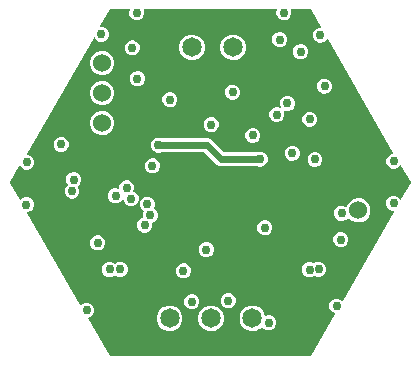
<source format=gbr>
G04 EAGLE Gerber RS-274X export*
G75*
%MOMM*%
%FSLAX34Y34*%
%LPD*%
%INCopper Layer 15*%
%IPPOS*%
%AMOC8*
5,1,8,0,0,1.08239X$1,22.5*%
G01*
%ADD10C,1.650000*%
%ADD11C,1.524000*%
%ADD12C,0.756400*%
%ADD13C,0.609600*%

G36*
X430826Y199257D02*
X430826Y199257D01*
X430900Y199264D01*
X430924Y199277D01*
X430950Y199282D01*
X431011Y199324D01*
X431076Y199359D01*
X431095Y199381D01*
X431116Y199395D01*
X431145Y199440D01*
X431193Y199496D01*
X451624Y234886D01*
X451637Y234922D01*
X451658Y234955D01*
X451668Y235017D01*
X451688Y235076D01*
X451686Y235114D01*
X451692Y235152D01*
X451678Y235213D01*
X451674Y235276D01*
X451656Y235310D01*
X451648Y235348D01*
X451611Y235399D01*
X451583Y235454D01*
X451553Y235479D01*
X451531Y235511D01*
X451470Y235550D01*
X451430Y235584D01*
X451405Y235592D01*
X451379Y235608D01*
X449656Y236322D01*
X447877Y238101D01*
X446914Y240424D01*
X446914Y242940D01*
X447877Y245264D01*
X449656Y247042D01*
X450691Y247471D01*
X451915Y247978D01*
X451979Y248005D01*
X454495Y248005D01*
X456819Y247042D01*
X457508Y246353D01*
X457567Y246314D01*
X457622Y246268D01*
X457650Y246259D01*
X457675Y246242D01*
X457745Y246229D01*
X457813Y246208D01*
X457842Y246210D01*
X457871Y246205D01*
X457941Y246220D01*
X458012Y246226D01*
X458039Y246240D01*
X458068Y246246D01*
X458126Y246287D01*
X458189Y246321D01*
X458210Y246345D01*
X458232Y246361D01*
X458260Y246405D01*
X458306Y246458D01*
X501757Y321721D01*
X501769Y321757D01*
X501790Y321788D01*
X501801Y321851D01*
X501821Y321911D01*
X501819Y321949D01*
X501825Y321985D01*
X501811Y322048D01*
X501807Y322111D01*
X501790Y322144D01*
X501782Y322181D01*
X501745Y322233D01*
X501716Y322290D01*
X501687Y322314D01*
X501666Y322344D01*
X501611Y322378D01*
X501563Y322419D01*
X501527Y322431D01*
X501495Y322450D01*
X501423Y322463D01*
X501372Y322479D01*
X501347Y322477D01*
X501318Y322482D01*
X500226Y322482D01*
X497902Y323445D01*
X496123Y325223D01*
X495161Y327547D01*
X495161Y330063D01*
X496123Y332387D01*
X497902Y334165D01*
X498012Y334211D01*
X498013Y334211D01*
X499237Y334718D01*
X500226Y335128D01*
X502741Y335128D01*
X505065Y334165D01*
X506844Y332387D01*
X506898Y332257D01*
X506937Y332198D01*
X506969Y332136D01*
X506992Y332116D01*
X507009Y332090D01*
X507068Y332052D01*
X507122Y332006D01*
X507151Y331997D01*
X507177Y331980D01*
X507246Y331967D01*
X507313Y331946D01*
X507344Y331949D01*
X507374Y331944D01*
X507443Y331959D01*
X507512Y331965D01*
X507540Y331980D01*
X507570Y331986D01*
X507627Y332027D01*
X507689Y332060D01*
X507711Y332085D01*
X507734Y332101D01*
X507761Y332145D01*
X507805Y332197D01*
X515744Y345948D01*
X515768Y346018D01*
X515799Y346086D01*
X515800Y346113D01*
X515808Y346138D01*
X515803Y346212D01*
X515805Y346286D01*
X515796Y346313D01*
X515794Y346338D01*
X515770Y346386D01*
X515744Y346456D01*
X507588Y360583D01*
X507541Y360637D01*
X507500Y360696D01*
X507475Y360712D01*
X507456Y360734D01*
X507391Y360765D01*
X507331Y360803D01*
X507302Y360808D01*
X507275Y360821D01*
X507204Y360825D01*
X507133Y360837D01*
X507104Y360830D01*
X507075Y360832D01*
X507008Y360807D01*
X506938Y360791D01*
X506912Y360773D01*
X506886Y360764D01*
X506848Y360729D01*
X506790Y360688D01*
X505232Y359130D01*
X504886Y358987D01*
X503662Y358480D01*
X502908Y358167D01*
X500392Y358167D01*
X498068Y359130D01*
X496290Y360908D01*
X495327Y363232D01*
X495327Y365748D01*
X496290Y368072D01*
X498068Y369850D01*
X498975Y370226D01*
X500199Y370733D01*
X500200Y370733D01*
X500392Y370813D01*
X500804Y370813D01*
X500840Y370820D01*
X500878Y370818D01*
X500938Y370840D01*
X501000Y370852D01*
X501031Y370873D01*
X501066Y370886D01*
X501113Y370929D01*
X501166Y370965D01*
X501186Y370996D01*
X501214Y371022D01*
X501241Y371080D01*
X501275Y371133D01*
X501282Y371170D01*
X501297Y371204D01*
X501300Y371268D01*
X501311Y371330D01*
X501303Y371367D01*
X501304Y371404D01*
X501279Y371474D01*
X501267Y371526D01*
X501253Y371546D01*
X501243Y371574D01*
X445725Y467737D01*
X445678Y467789D01*
X445639Y467847D01*
X445613Y467864D01*
X445592Y467887D01*
X445529Y467918D01*
X445470Y467956D01*
X445440Y467961D01*
X445412Y467974D01*
X445342Y467978D01*
X445273Y467990D01*
X445242Y467983D01*
X445212Y467985D01*
X445146Y467961D01*
X445077Y467946D01*
X445052Y467928D01*
X445023Y467917D01*
X444971Y467870D01*
X444914Y467829D01*
X444896Y467801D01*
X444875Y467782D01*
X444854Y467735D01*
X444817Y467677D01*
X444780Y467588D01*
X443002Y465810D01*
X442276Y465509D01*
X441052Y465002D01*
X441051Y465002D01*
X440678Y464847D01*
X438162Y464847D01*
X435838Y465810D01*
X434060Y467588D01*
X433097Y469912D01*
X433097Y472428D01*
X434060Y474752D01*
X435838Y476530D01*
X436364Y476748D01*
X436365Y476748D01*
X437589Y477255D01*
X438162Y477493D01*
X439214Y477493D01*
X439250Y477500D01*
X439288Y477498D01*
X439348Y477520D01*
X439410Y477532D01*
X439441Y477553D01*
X439476Y477566D01*
X439523Y477609D01*
X439576Y477645D01*
X439596Y477676D01*
X439624Y477702D01*
X439651Y477760D01*
X439685Y477813D01*
X439692Y477850D01*
X439708Y477884D01*
X439710Y477948D01*
X439721Y478010D01*
X439713Y478047D01*
X439714Y478084D01*
X439689Y478154D01*
X439677Y478206D01*
X439663Y478226D01*
X439653Y478254D01*
X431193Y492908D01*
X431144Y492963D01*
X431101Y493023D01*
X431078Y493038D01*
X431060Y493058D01*
X430994Y493090D01*
X430931Y493129D01*
X430902Y493134D01*
X430880Y493145D01*
X430826Y493148D01*
X430754Y493161D01*
X414916Y493161D01*
X414912Y493160D01*
X414908Y493161D01*
X414814Y493141D01*
X414719Y493122D01*
X414716Y493119D01*
X414712Y493119D01*
X414633Y493063D01*
X414553Y493009D01*
X414551Y493006D01*
X414548Y493003D01*
X414496Y492921D01*
X414444Y492841D01*
X414444Y492837D01*
X414441Y492834D01*
X414426Y492738D01*
X414409Y492644D01*
X414409Y492640D01*
X414409Y492636D01*
X414447Y492460D01*
X414852Y491482D01*
X414852Y488967D01*
X413890Y486643D01*
X412111Y484864D01*
X411920Y484785D01*
X410695Y484278D01*
X409787Y483901D01*
X407272Y483901D01*
X404948Y484864D01*
X403169Y486643D01*
X402207Y488967D01*
X402207Y491482D01*
X402612Y492460D01*
X402613Y492464D01*
X402615Y492467D01*
X402632Y492562D01*
X402651Y492657D01*
X402650Y492660D01*
X402650Y492664D01*
X402629Y492758D01*
X402610Y492853D01*
X402608Y492856D01*
X402607Y492860D01*
X402551Y492938D01*
X402496Y493018D01*
X402493Y493020D01*
X402491Y493023D01*
X402409Y493074D01*
X402328Y493127D01*
X402324Y493127D01*
X402321Y493129D01*
X402143Y493161D01*
X290261Y493161D01*
X290257Y493160D01*
X290253Y493161D01*
X290159Y493141D01*
X290064Y493122D01*
X290061Y493119D01*
X290057Y493119D01*
X289978Y493063D01*
X289898Y493009D01*
X289896Y493006D01*
X289893Y493003D01*
X289841Y492921D01*
X289789Y492841D01*
X289789Y492837D01*
X289786Y492834D01*
X289771Y492738D01*
X289754Y492644D01*
X289754Y492640D01*
X289754Y492636D01*
X289792Y492460D01*
X290197Y491482D01*
X290197Y488966D01*
X289235Y486643D01*
X287456Y484864D01*
X287265Y484785D01*
X286040Y484278D01*
X285132Y483901D01*
X282617Y483901D01*
X280293Y484864D01*
X278514Y486643D01*
X277552Y488966D01*
X277552Y491482D01*
X277957Y492460D01*
X277958Y492464D01*
X277960Y492467D01*
X277977Y492562D01*
X277996Y492657D01*
X277995Y492660D01*
X277995Y492664D01*
X277974Y492758D01*
X277955Y492853D01*
X277953Y492856D01*
X277952Y492860D01*
X277896Y492939D01*
X277841Y493018D01*
X277838Y493020D01*
X277836Y493023D01*
X277754Y493074D01*
X277673Y493127D01*
X277669Y493127D01*
X277666Y493129D01*
X277488Y493161D01*
X261650Y493161D01*
X261578Y493147D01*
X261504Y493140D01*
X261480Y493127D01*
X261454Y493122D01*
X261393Y493080D01*
X261328Y493045D01*
X261309Y493023D01*
X261288Y493009D01*
X261259Y492964D01*
X261211Y492908D01*
X253185Y479006D01*
X253174Y478971D01*
X253153Y478940D01*
X253142Y478877D01*
X253122Y478816D01*
X253124Y478779D01*
X253118Y478742D01*
X253132Y478680D01*
X253136Y478616D01*
X253153Y478583D01*
X253161Y478547D01*
X253198Y478495D01*
X253227Y478438D01*
X253256Y478414D01*
X253277Y478383D01*
X253331Y478350D01*
X253380Y478308D01*
X253416Y478297D01*
X253447Y478277D01*
X253520Y478264D01*
X253571Y478248D01*
X253596Y478251D01*
X253625Y478245D01*
X255196Y478245D01*
X257519Y477283D01*
X259298Y475504D01*
X260261Y473180D01*
X260261Y470665D01*
X259298Y468341D01*
X257519Y466563D01*
X257426Y466524D01*
X256201Y466017D01*
X255196Y465600D01*
X252680Y465600D01*
X250356Y466563D01*
X248578Y468341D01*
X248324Y468954D01*
X248285Y469012D01*
X248253Y469074D01*
X248229Y469094D01*
X248212Y469120D01*
X248154Y469159D01*
X248100Y469204D01*
X248071Y469213D01*
X248045Y469230D01*
X247976Y469243D01*
X247909Y469264D01*
X247878Y469261D01*
X247848Y469267D01*
X247779Y469252D01*
X247709Y469245D01*
X247682Y469231D01*
X247652Y469224D01*
X247594Y469184D01*
X247532Y469151D01*
X247511Y469125D01*
X247488Y469109D01*
X247460Y469066D01*
X247416Y469013D01*
X190623Y370642D01*
X190611Y370607D01*
X190591Y370576D01*
X190580Y370513D01*
X190559Y370452D01*
X190562Y370415D01*
X190555Y370378D01*
X190569Y370316D01*
X190574Y370252D01*
X190591Y370219D01*
X190599Y370183D01*
X190636Y370131D01*
X190665Y370074D01*
X190693Y370050D01*
X190715Y370019D01*
X190769Y369986D01*
X190818Y369944D01*
X190854Y369933D01*
X190885Y369913D01*
X190958Y369900D01*
X191009Y369884D01*
X191034Y369887D01*
X191063Y369881D01*
X192208Y369881D01*
X194532Y368919D01*
X196311Y367140D01*
X197273Y364816D01*
X197273Y362301D01*
X196311Y359977D01*
X194532Y358199D01*
X193986Y357972D01*
X192762Y357465D01*
X192208Y357236D01*
X189693Y357236D01*
X187369Y358199D01*
X185591Y359977D01*
X185514Y360161D01*
X185475Y360219D01*
X185443Y360282D01*
X185420Y360302D01*
X185403Y360327D01*
X185344Y360366D01*
X185290Y360411D01*
X185261Y360421D01*
X185235Y360438D01*
X185166Y360450D01*
X185099Y360471D01*
X185068Y360468D01*
X185038Y360474D01*
X184969Y360459D01*
X184900Y360453D01*
X184872Y360438D01*
X184842Y360432D01*
X184785Y360391D01*
X184723Y360358D01*
X184701Y360333D01*
X184678Y360316D01*
X184651Y360273D01*
X184606Y360221D01*
X176660Y346456D01*
X176636Y346386D01*
X176605Y346318D01*
X176604Y346291D01*
X176596Y346266D01*
X176601Y346192D01*
X176599Y346118D01*
X176608Y346091D01*
X176610Y346066D01*
X176634Y346018D01*
X176660Y345948D01*
X184816Y331821D01*
X184863Y331767D01*
X184904Y331708D01*
X184929Y331692D01*
X184948Y331670D01*
X185013Y331639D01*
X185073Y331601D01*
X185102Y331596D01*
X185129Y331583D01*
X185200Y331579D01*
X185271Y331567D01*
X185300Y331574D01*
X185329Y331572D01*
X185396Y331597D01*
X185466Y331613D01*
X185492Y331631D01*
X185518Y331640D01*
X185556Y331675D01*
X185614Y331716D01*
X186918Y333020D01*
X187344Y333196D01*
X188568Y333704D01*
X188569Y333704D01*
X189242Y333983D01*
X191758Y333983D01*
X194082Y333020D01*
X195860Y331242D01*
X196823Y328918D01*
X196823Y326402D01*
X195860Y324078D01*
X194082Y322300D01*
X193255Y321958D01*
X192031Y321450D01*
X191758Y321337D01*
X191747Y321337D01*
X191710Y321330D01*
X191673Y321332D01*
X191613Y321310D01*
X191550Y321298D01*
X191519Y321277D01*
X191484Y321264D01*
X191437Y321221D01*
X191385Y321185D01*
X191364Y321154D01*
X191337Y321128D01*
X191310Y321070D01*
X191275Y321017D01*
X191269Y320980D01*
X191253Y320946D01*
X191251Y320882D01*
X191240Y320820D01*
X191248Y320783D01*
X191247Y320746D01*
X191272Y320676D01*
X191283Y320624D01*
X191298Y320604D01*
X191308Y320576D01*
X236261Y242712D01*
X236309Y242658D01*
X236349Y242600D01*
X236374Y242584D01*
X236394Y242561D01*
X236458Y242530D01*
X236519Y242492D01*
X236548Y242487D01*
X236574Y242474D01*
X236646Y242470D01*
X236716Y242458D01*
X236745Y242465D01*
X236775Y242464D01*
X236842Y242488D01*
X236911Y242504D01*
X236938Y242522D01*
X236963Y242531D01*
X237001Y242567D01*
X237059Y242607D01*
X238084Y243632D01*
X238781Y243920D01*
X240005Y244428D01*
X240006Y244428D01*
X240408Y244594D01*
X242924Y244594D01*
X245248Y243632D01*
X247026Y241853D01*
X247989Y239529D01*
X247989Y237014D01*
X247026Y234690D01*
X245248Y232912D01*
X244693Y232682D01*
X244692Y232682D01*
X243468Y232174D01*
X243096Y232020D01*
X243064Y231999D01*
X243028Y231986D01*
X242982Y231943D01*
X242930Y231909D01*
X242909Y231876D01*
X242880Y231850D01*
X242854Y231793D01*
X242820Y231741D01*
X242813Y231703D01*
X242796Y231668D01*
X242794Y231605D01*
X242783Y231544D01*
X242791Y231506D01*
X242790Y231468D01*
X242814Y231400D01*
X242826Y231348D01*
X242841Y231327D01*
X242851Y231298D01*
X261211Y199496D01*
X261260Y199441D01*
X261303Y199381D01*
X261326Y199366D01*
X261344Y199346D01*
X261410Y199314D01*
X261473Y199275D01*
X261502Y199270D01*
X261524Y199259D01*
X261578Y199256D01*
X261650Y199243D01*
X430754Y199243D01*
X430826Y199257D01*
G37*
%LPC*%
G36*
X387204Y359910D02*
X387204Y359910D01*
X385525Y360605D01*
X385516Y360607D01*
X385508Y360612D01*
X385331Y360644D01*
X354016Y360644D01*
X351962Y361495D01*
X341137Y372319D01*
X341130Y372324D01*
X341126Y372330D01*
X341047Y372379D01*
X340970Y372430D01*
X340962Y372432D01*
X340956Y372436D01*
X340778Y372468D01*
X305233Y372468D01*
X305224Y372466D01*
X305215Y372468D01*
X305039Y372429D01*
X305036Y372428D01*
X304426Y372175D01*
X303360Y371734D01*
X300844Y371734D01*
X298521Y372696D01*
X296742Y374475D01*
X295779Y376799D01*
X295779Y379314D01*
X296742Y381638D01*
X298521Y383417D01*
X299739Y383921D01*
X300844Y384379D01*
X303360Y384379D01*
X305039Y383684D01*
X305048Y383682D01*
X305055Y383677D01*
X305233Y383645D01*
X344415Y383645D01*
X346469Y382795D01*
X357294Y371970D01*
X357300Y371965D01*
X357305Y371959D01*
X357384Y371910D01*
X357461Y371859D01*
X357469Y371857D01*
X357475Y371853D01*
X357653Y371821D01*
X385331Y371821D01*
X385340Y371823D01*
X385349Y371822D01*
X385525Y371860D01*
X385527Y371861D01*
X386478Y372255D01*
X387204Y372555D01*
X389719Y372555D01*
X392043Y371593D01*
X393821Y369814D01*
X394784Y367490D01*
X394784Y364975D01*
X393821Y362651D01*
X392043Y360872D01*
X391165Y360509D01*
X389940Y360001D01*
X389719Y359910D01*
X387204Y359910D01*
G37*
%LPD*%
%LPC*%
G36*
X379564Y220619D02*
X379564Y220619D01*
X375598Y222262D01*
X372562Y225298D01*
X370919Y229264D01*
X370919Y233556D01*
X372562Y237522D01*
X375598Y240558D01*
X376367Y240877D01*
X377592Y241384D01*
X378817Y241891D01*
X379564Y242201D01*
X383856Y242201D01*
X387822Y240558D01*
X390858Y237522D01*
X392413Y233768D01*
X392416Y233763D01*
X392417Y233758D01*
X392472Y233680D01*
X392525Y233601D01*
X392529Y233598D01*
X392532Y233594D01*
X392613Y233544D01*
X392693Y233491D01*
X392698Y233490D01*
X392702Y233487D01*
X392796Y233472D01*
X392890Y233455D01*
X392895Y233456D01*
X392900Y233455D01*
X393076Y233493D01*
X393757Y233775D01*
X394258Y233983D01*
X396774Y233983D01*
X399098Y233020D01*
X400876Y231242D01*
X401839Y228918D01*
X401839Y226402D01*
X400876Y224079D01*
X399098Y222300D01*
X398444Y222029D01*
X397220Y221522D01*
X397219Y221522D01*
X396774Y221337D01*
X394258Y221337D01*
X391934Y222300D01*
X390256Y223978D01*
X390252Y223981D01*
X390249Y223986D01*
X390168Y224037D01*
X390089Y224089D01*
X390084Y224090D01*
X390080Y224093D01*
X389986Y224109D01*
X389892Y224127D01*
X389887Y224126D01*
X389882Y224127D01*
X389789Y224105D01*
X389696Y224085D01*
X389692Y224082D01*
X389687Y224081D01*
X389539Y223978D01*
X387822Y222262D01*
X387261Y222029D01*
X386036Y221522D01*
X384812Y221015D01*
X384811Y221015D01*
X383856Y220619D01*
X379564Y220619D01*
G37*
%LPD*%
%LPC*%
G36*
X469511Y312622D02*
X469511Y312622D01*
X465776Y314169D01*
X463278Y316668D01*
X463273Y316671D01*
X463270Y316675D01*
X463190Y316726D01*
X463111Y316779D01*
X463106Y316780D01*
X463101Y316783D01*
X463007Y316799D01*
X462914Y316817D01*
X462909Y316816D01*
X462903Y316816D01*
X462811Y316795D01*
X462718Y316775D01*
X462713Y316772D01*
X462708Y316771D01*
X462560Y316668D01*
X460883Y314991D01*
X460558Y314856D01*
X460557Y314856D01*
X459333Y314349D01*
X458559Y314028D01*
X456044Y314028D01*
X453720Y314991D01*
X451941Y316770D01*
X450979Y319093D01*
X450979Y321609D01*
X451941Y323933D01*
X453720Y325711D01*
X454646Y326095D01*
X455870Y326602D01*
X455871Y326602D01*
X456044Y326674D01*
X458559Y326674D01*
X460883Y325711D01*
X460957Y325637D01*
X460960Y325635D01*
X460963Y325632D01*
X461044Y325580D01*
X461124Y325526D01*
X461128Y325526D01*
X461131Y325524D01*
X461227Y325507D01*
X461321Y325489D01*
X461325Y325490D01*
X461329Y325489D01*
X461423Y325510D01*
X461517Y325530D01*
X461520Y325533D01*
X461524Y325534D01*
X461603Y325590D01*
X461682Y325645D01*
X461684Y325648D01*
X461687Y325650D01*
X461784Y325802D01*
X462918Y328539D01*
X465776Y331397D01*
X466446Y331675D01*
X467671Y332182D01*
X468895Y332689D01*
X468896Y332689D01*
X469511Y332944D01*
X473553Y332944D01*
X477287Y331397D01*
X480146Y328539D01*
X481693Y324804D01*
X481693Y320762D01*
X480146Y317028D01*
X477287Y314169D01*
X476496Y313842D01*
X475272Y313334D01*
X474047Y312827D01*
X473553Y312622D01*
X469511Y312622D01*
G37*
%LPD*%
%LPC*%
G36*
X309564Y220619D02*
X309564Y220619D01*
X305598Y222262D01*
X302562Y225298D01*
X300919Y229264D01*
X300919Y233556D01*
X302562Y237522D01*
X305598Y240558D01*
X306367Y240877D01*
X307592Y241384D01*
X308817Y241891D01*
X309564Y242201D01*
X313856Y242201D01*
X317822Y240558D01*
X320858Y237522D01*
X322501Y233556D01*
X322501Y229264D01*
X320858Y225298D01*
X317822Y222262D01*
X317261Y222029D01*
X316036Y221522D01*
X314812Y221015D01*
X314811Y221015D01*
X313856Y220619D01*
X309564Y220619D01*
G37*
%LPD*%
%LPC*%
G36*
X344564Y220619D02*
X344564Y220619D01*
X340598Y222262D01*
X337562Y225298D01*
X335919Y229264D01*
X335919Y233556D01*
X337562Y237522D01*
X340598Y240558D01*
X341367Y240877D01*
X342592Y241384D01*
X343817Y241891D01*
X344564Y242201D01*
X348856Y242201D01*
X352822Y240558D01*
X355858Y237522D01*
X357501Y233556D01*
X357501Y229264D01*
X355858Y225298D01*
X352822Y222262D01*
X352261Y222029D01*
X351036Y221522D01*
X349812Y221015D01*
X349811Y221015D01*
X348856Y220619D01*
X344564Y220619D01*
G37*
%LPD*%
%LPC*%
G36*
X363334Y449949D02*
X363334Y449949D01*
X359368Y451592D01*
X356332Y454628D01*
X354689Y458594D01*
X354689Y462886D01*
X356332Y466852D01*
X359368Y469888D01*
X360009Y470154D01*
X361234Y470661D01*
X362459Y471168D01*
X363334Y471531D01*
X367626Y471531D01*
X371592Y469888D01*
X374628Y466852D01*
X376271Y462886D01*
X376271Y458594D01*
X374628Y454628D01*
X371592Y451592D01*
X370903Y451306D01*
X369678Y450799D01*
X368454Y450292D01*
X367626Y449949D01*
X363334Y449949D01*
G37*
%LPD*%
%LPC*%
G36*
X328334Y449949D02*
X328334Y449949D01*
X324368Y451592D01*
X321332Y454628D01*
X319689Y458594D01*
X319689Y462886D01*
X321332Y466852D01*
X324368Y469888D01*
X325009Y470154D01*
X326234Y470661D01*
X327459Y471168D01*
X328334Y471531D01*
X332626Y471531D01*
X336592Y469888D01*
X339628Y466852D01*
X341271Y462886D01*
X341271Y458594D01*
X339628Y454628D01*
X336592Y451592D01*
X335903Y451306D01*
X334678Y450799D01*
X333454Y450292D01*
X332626Y449949D01*
X328334Y449949D01*
G37*
%LPD*%
%LPC*%
G36*
X277984Y326259D02*
X277984Y326259D01*
X275660Y327221D01*
X273881Y329000D01*
X272919Y331324D01*
X272919Y332549D01*
X272918Y332550D01*
X272919Y332552D01*
X272899Y332645D01*
X272879Y332745D01*
X272878Y332747D01*
X272878Y332748D01*
X272823Y332828D01*
X272766Y332911D01*
X272765Y332912D01*
X272764Y332913D01*
X272679Y332968D01*
X272598Y333020D01*
X272597Y333021D01*
X272596Y333021D01*
X272497Y333039D01*
X272401Y333056D01*
X272400Y333056D01*
X272398Y333056D01*
X272302Y333034D01*
X272205Y333013D01*
X272204Y333012D01*
X272203Y333011D01*
X272122Y332954D01*
X272042Y332897D01*
X272041Y332895D01*
X272040Y332895D01*
X271943Y332743D01*
X271444Y331540D01*
X269666Y329761D01*
X269196Y329566D01*
X269195Y329566D01*
X267971Y329059D01*
X267342Y328798D01*
X264826Y328798D01*
X262503Y329761D01*
X260724Y331540D01*
X259761Y333864D01*
X259761Y336379D01*
X260724Y338703D01*
X262503Y340481D01*
X263284Y340805D01*
X264509Y341312D01*
X264826Y341444D01*
X267342Y341444D01*
X268248Y341068D01*
X268252Y341068D01*
X268256Y341065D01*
X268350Y341048D01*
X268445Y341030D01*
X268449Y341031D01*
X268453Y341030D01*
X268547Y341051D01*
X268641Y341070D01*
X268645Y341073D01*
X268648Y341073D01*
X268728Y341130D01*
X268807Y341184D01*
X268809Y341187D01*
X268812Y341189D01*
X268863Y341272D01*
X268915Y341352D01*
X268916Y341356D01*
X268918Y341360D01*
X268950Y341537D01*
X268950Y343046D01*
X269912Y345370D01*
X271691Y347149D01*
X272295Y347399D01*
X272296Y347399D01*
X273520Y347907D01*
X274015Y348111D01*
X276530Y348111D01*
X278854Y347149D01*
X280633Y345370D01*
X281595Y343046D01*
X281595Y340531D01*
X281054Y339223D01*
X281053Y339218D01*
X281050Y339214D01*
X281033Y339119D01*
X281015Y339027D01*
X281016Y339021D01*
X281015Y339016D01*
X281036Y338923D01*
X281056Y338830D01*
X281058Y338826D01*
X281060Y338821D01*
X281116Y338743D01*
X281169Y338665D01*
X281173Y338662D01*
X281176Y338658D01*
X281328Y338561D01*
X282823Y337941D01*
X284601Y336163D01*
X285564Y333839D01*
X285564Y331324D01*
X284601Y329000D01*
X282823Y327221D01*
X282362Y327030D01*
X281137Y326523D01*
X280499Y326259D01*
X277984Y326259D01*
G37*
%LPD*%
%LPC*%
G36*
X289255Y304021D02*
X289255Y304021D01*
X286931Y304983D01*
X285152Y306762D01*
X284190Y309086D01*
X284190Y311601D01*
X285152Y313925D01*
X286931Y315704D01*
X287525Y315950D01*
X288750Y316457D01*
X288771Y316466D01*
X288775Y316469D01*
X288780Y316470D01*
X288859Y316525D01*
X288937Y316578D01*
X288940Y316582D01*
X288945Y316585D01*
X288995Y316665D01*
X289047Y316745D01*
X289048Y316750D01*
X289051Y316755D01*
X289067Y316849D01*
X289084Y316942D01*
X289083Y316947D01*
X289084Y316953D01*
X289045Y317129D01*
X288952Y317354D01*
X288952Y319869D01*
X289783Y321873D01*
X289784Y321879D01*
X289786Y321883D01*
X289803Y321977D01*
X289821Y322070D01*
X289820Y322075D01*
X289821Y322080D01*
X289800Y322173D01*
X289781Y322266D01*
X289778Y322271D01*
X289776Y322276D01*
X289721Y322354D01*
X289667Y322432D01*
X289663Y322434D01*
X289660Y322439D01*
X289508Y322536D01*
X289312Y322617D01*
X287534Y324396D01*
X286571Y326720D01*
X286571Y329235D01*
X287534Y331559D01*
X289312Y333338D01*
X290196Y333704D01*
X291420Y334211D01*
X291636Y334300D01*
X294151Y334300D01*
X296475Y333338D01*
X298254Y331559D01*
X299216Y329235D01*
X299216Y326720D01*
X298386Y324715D01*
X298385Y324710D01*
X298382Y324706D01*
X298366Y324612D01*
X298348Y324519D01*
X298349Y324513D01*
X298348Y324508D01*
X298369Y324414D01*
X298388Y324322D01*
X298391Y324318D01*
X298392Y324313D01*
X298448Y324235D01*
X298502Y324157D01*
X298506Y324154D01*
X298509Y324150D01*
X298661Y324053D01*
X298857Y323971D01*
X300635Y322193D01*
X301598Y319869D01*
X301598Y317354D01*
X300635Y315030D01*
X298857Y313251D01*
X297833Y312827D01*
X297017Y312489D01*
X297012Y312486D01*
X297007Y312485D01*
X296929Y312430D01*
X296850Y312377D01*
X296847Y312373D01*
X296843Y312370D01*
X296792Y312289D01*
X296740Y312210D01*
X296739Y312204D01*
X296736Y312200D01*
X296721Y312105D01*
X296703Y312013D01*
X296705Y312007D01*
X296704Y312002D01*
X296742Y311826D01*
X296835Y311601D01*
X296835Y309086D01*
X295873Y306762D01*
X294094Y304983D01*
X293437Y304711D01*
X292212Y304204D01*
X291770Y304021D01*
X289255Y304021D01*
G37*
%LPD*%
%LPC*%
G36*
X252614Y411936D02*
X252614Y411936D01*
X248879Y413483D01*
X246021Y416342D01*
X244474Y420076D01*
X244474Y424118D01*
X246021Y427853D01*
X248879Y430711D01*
X249808Y431096D01*
X251032Y431603D01*
X251033Y431603D01*
X252257Y432110D01*
X252614Y432258D01*
X256656Y432258D01*
X260391Y430711D01*
X263249Y427853D01*
X264796Y424118D01*
X264796Y420076D01*
X263249Y416342D01*
X260391Y413483D01*
X259858Y413263D01*
X258633Y412755D01*
X257409Y412248D01*
X256656Y411936D01*
X252614Y411936D01*
G37*
%LPD*%
%LPC*%
G36*
X252569Y437336D02*
X252569Y437336D01*
X248835Y438883D01*
X245977Y441742D01*
X244430Y445476D01*
X244430Y449518D01*
X245977Y453253D01*
X248835Y456111D01*
X249673Y456458D01*
X250898Y456965D01*
X252122Y457473D01*
X252569Y457658D01*
X256612Y457658D01*
X260346Y456111D01*
X263205Y453253D01*
X264751Y449518D01*
X264751Y445476D01*
X263205Y441742D01*
X260346Y438883D01*
X259723Y438625D01*
X258499Y438118D01*
X258498Y438118D01*
X257274Y437611D01*
X256612Y437336D01*
X252569Y437336D01*
G37*
%LPD*%
%LPC*%
G36*
X252658Y386536D02*
X252658Y386536D01*
X248924Y388083D01*
X246065Y390942D01*
X244519Y394676D01*
X244519Y398718D01*
X246065Y402453D01*
X248924Y405311D01*
X249942Y405733D01*
X249943Y405733D01*
X251167Y406240D01*
X252392Y406748D01*
X252658Y406858D01*
X256700Y406858D01*
X260435Y405311D01*
X263293Y402453D01*
X264840Y398718D01*
X264840Y394676D01*
X263293Y390942D01*
X260435Y388083D01*
X259993Y387900D01*
X258768Y387393D01*
X257543Y386886D01*
X256700Y386536D01*
X252658Y386536D01*
G37*
%LPD*%
%LPC*%
G36*
X401332Y397537D02*
X401332Y397537D01*
X399008Y398500D01*
X397230Y400278D01*
X396267Y402602D01*
X396267Y405118D01*
X397230Y407442D01*
X399008Y409220D01*
X399162Y409284D01*
X400387Y409791D01*
X401332Y410183D01*
X403848Y410183D01*
X405257Y409599D01*
X405259Y409599D01*
X405262Y409597D01*
X405358Y409579D01*
X405454Y409560D01*
X405456Y409561D01*
X405459Y409560D01*
X405555Y409581D01*
X405650Y409601D01*
X405652Y409602D01*
X405655Y409603D01*
X405735Y409660D01*
X405815Y409714D01*
X405817Y409717D01*
X405819Y409718D01*
X405870Y409800D01*
X405924Y409883D01*
X405924Y409886D01*
X405925Y409888D01*
X405941Y409984D01*
X405958Y410081D01*
X405958Y410083D01*
X405958Y410086D01*
X405920Y410262D01*
X405157Y412102D01*
X405157Y414618D01*
X406120Y416942D01*
X407898Y418720D01*
X408385Y418922D01*
X409609Y419429D01*
X410222Y419683D01*
X412738Y419683D01*
X415062Y418720D01*
X416840Y416942D01*
X417803Y414618D01*
X417803Y412102D01*
X416840Y409778D01*
X415062Y408000D01*
X414296Y407683D01*
X413072Y407176D01*
X412738Y407037D01*
X410222Y407037D01*
X408813Y407621D01*
X408811Y407622D01*
X408808Y407623D01*
X408712Y407641D01*
X408616Y407660D01*
X408614Y407659D01*
X408611Y407660D01*
X408517Y407639D01*
X408420Y407619D01*
X408418Y407618D01*
X408415Y407617D01*
X408335Y407561D01*
X408255Y407506D01*
X408253Y407503D01*
X408251Y407502D01*
X408199Y407419D01*
X408146Y407337D01*
X408146Y407334D01*
X408145Y407332D01*
X408129Y407236D01*
X408112Y407139D01*
X408112Y407137D01*
X408112Y407134D01*
X408150Y406958D01*
X408913Y405118D01*
X408913Y402602D01*
X407950Y400278D01*
X406172Y398500D01*
X405074Y398045D01*
X403849Y397538D01*
X403848Y397537D01*
X401332Y397537D01*
G37*
%LPD*%
%LPC*%
G36*
X227819Y332767D02*
X227819Y332767D01*
X225495Y333730D01*
X223716Y335508D01*
X222754Y337832D01*
X222754Y340348D01*
X223716Y342672D01*
X225332Y344288D01*
X225335Y344292D01*
X225339Y344295D01*
X225390Y344375D01*
X225443Y344455D01*
X225444Y344460D01*
X225447Y344464D01*
X225463Y344558D01*
X225481Y344651D01*
X225480Y344657D01*
X225480Y344662D01*
X225459Y344754D01*
X225439Y344848D01*
X225436Y344852D01*
X225435Y344857D01*
X225332Y345005D01*
X225145Y345192D01*
X224182Y347516D01*
X224182Y350031D01*
X225145Y352355D01*
X226923Y354134D01*
X227809Y354501D01*
X229034Y355008D01*
X229247Y355096D01*
X231763Y355096D01*
X234087Y354134D01*
X235865Y352355D01*
X236828Y350031D01*
X236828Y347516D01*
X235865Y345192D01*
X234249Y343576D01*
X234246Y343572D01*
X234242Y343569D01*
X234191Y343488D01*
X234138Y343409D01*
X234137Y343404D01*
X234134Y343400D01*
X234118Y343305D01*
X234101Y343212D01*
X234102Y343207D01*
X234101Y343202D01*
X234122Y343110D01*
X234142Y343016D01*
X234145Y343012D01*
X234146Y343007D01*
X234249Y342859D01*
X234436Y342672D01*
X235399Y340348D01*
X235399Y337832D01*
X234436Y335508D01*
X232658Y333730D01*
X232403Y333624D01*
X231179Y333117D01*
X230334Y332767D01*
X227819Y332767D01*
G37*
%LPD*%
%LPC*%
G36*
X259727Y266410D02*
X259727Y266410D01*
X257403Y267372D01*
X255625Y269151D01*
X254662Y271475D01*
X254662Y273990D01*
X255625Y276314D01*
X257403Y278093D01*
X258178Y278413D01*
X259402Y278921D01*
X259727Y279055D01*
X262243Y279055D01*
X264567Y278093D01*
X265046Y277613D01*
X265050Y277610D01*
X265053Y277606D01*
X265134Y277555D01*
X265213Y277502D01*
X265218Y277501D01*
X265222Y277498D01*
X265316Y277483D01*
X265410Y277465D01*
X265415Y277466D01*
X265420Y277465D01*
X265513Y277487D01*
X265606Y277506D01*
X265610Y277509D01*
X265615Y277510D01*
X265763Y277613D01*
X266452Y278302D01*
X266720Y278413D01*
X266721Y278413D01*
X267945Y278921D01*
X268776Y279265D01*
X271291Y279265D01*
X273615Y278302D01*
X275394Y276524D01*
X276356Y274200D01*
X276356Y271684D01*
X275394Y269361D01*
X273615Y267582D01*
X272632Y267175D01*
X271408Y266667D01*
X271407Y266667D01*
X271291Y266619D01*
X268776Y266619D01*
X266452Y267582D01*
X265973Y268061D01*
X265968Y268064D01*
X265965Y268069D01*
X265885Y268120D01*
X265806Y268172D01*
X265801Y268173D01*
X265796Y268176D01*
X265703Y268192D01*
X265609Y268210D01*
X265604Y268209D01*
X265599Y268210D01*
X265506Y268188D01*
X265413Y268168D01*
X265409Y268165D01*
X265403Y268164D01*
X265255Y268061D01*
X264567Y267372D01*
X264089Y267175D01*
X262865Y266667D01*
X262243Y266410D01*
X259727Y266410D01*
G37*
%LPD*%
%LPC*%
G36*
X428936Y266346D02*
X428936Y266346D01*
X426612Y267309D01*
X424833Y269087D01*
X423871Y271411D01*
X423871Y273927D01*
X424833Y276251D01*
X426612Y278029D01*
X427539Y278413D01*
X428764Y278921D01*
X428936Y278992D01*
X431451Y278992D01*
X433547Y278124D01*
X433553Y278122D01*
X433559Y278119D01*
X433651Y278103D01*
X433744Y278085D01*
X433750Y278086D01*
X433757Y278085D01*
X433848Y278107D01*
X433940Y278126D01*
X433945Y278129D01*
X433952Y278131D01*
X434100Y278234D01*
X434226Y278359D01*
X434356Y278413D01*
X435580Y278921D01*
X435581Y278921D01*
X436549Y279322D01*
X439065Y279322D01*
X441389Y278359D01*
X443167Y276581D01*
X444130Y274257D01*
X444130Y271741D01*
X443167Y269418D01*
X441389Y267639D01*
X440268Y267175D01*
X440267Y267175D01*
X439065Y266676D01*
X436549Y266676D01*
X434454Y267545D01*
X434447Y267546D01*
X434442Y267549D01*
X434349Y267565D01*
X434257Y267583D01*
X434250Y267582D01*
X434244Y267583D01*
X434153Y267562D01*
X434061Y267543D01*
X434055Y267539D01*
X434049Y267537D01*
X433901Y267435D01*
X433775Y267309D01*
X433451Y267175D01*
X432226Y266667D01*
X431451Y266346D01*
X428936Y266346D01*
G37*
%LPD*%
%LPC*%
G36*
X283222Y428017D02*
X283222Y428017D01*
X280898Y428980D01*
X279120Y430758D01*
X278157Y433082D01*
X278157Y435598D01*
X279120Y437922D01*
X280898Y439700D01*
X280943Y439719D01*
X280944Y439719D01*
X282168Y440226D01*
X283222Y440663D01*
X285738Y440663D01*
X288062Y439700D01*
X289840Y437922D01*
X290803Y435598D01*
X290803Y433082D01*
X289840Y430758D01*
X288062Y428980D01*
X286855Y428480D01*
X285738Y428017D01*
X283222Y428017D01*
G37*
%LPD*%
%LPC*%
G36*
X310686Y410237D02*
X310686Y410237D01*
X308362Y411200D01*
X306584Y412978D01*
X305621Y415302D01*
X305621Y417818D01*
X306584Y420142D01*
X308362Y421920D01*
X308471Y421965D01*
X309695Y422472D01*
X310686Y422883D01*
X313201Y422883D01*
X315525Y421920D01*
X317304Y420142D01*
X318266Y417818D01*
X318266Y415302D01*
X317304Y412978D01*
X315525Y411200D01*
X314382Y410726D01*
X313201Y410237D01*
X310686Y410237D01*
G37*
%LPD*%
%LPC*%
G36*
X329260Y239105D02*
X329260Y239105D01*
X326936Y240067D01*
X325157Y241846D01*
X324195Y244170D01*
X324195Y246685D01*
X325157Y249009D01*
X326936Y250788D01*
X327501Y251022D01*
X328726Y251529D01*
X329260Y251750D01*
X331775Y251750D01*
X334099Y250788D01*
X335878Y249009D01*
X336840Y246685D01*
X336840Y244170D01*
X335878Y241846D01*
X334099Y240067D01*
X333413Y239783D01*
X332188Y239276D01*
X331775Y239105D01*
X329260Y239105D01*
G37*
%LPD*%
%LPC*%
G36*
X363713Y416607D02*
X363713Y416607D01*
X361390Y417570D01*
X359611Y419348D01*
X358648Y421672D01*
X358648Y424187D01*
X359611Y426511D01*
X361390Y428290D01*
X362040Y428559D01*
X363265Y429067D01*
X363713Y429252D01*
X366229Y429252D01*
X368553Y428290D01*
X370331Y426511D01*
X371294Y424187D01*
X371294Y421672D01*
X370331Y419348D01*
X368553Y417570D01*
X367952Y417321D01*
X366727Y416813D01*
X366229Y416607D01*
X363713Y416607D01*
G37*
%LPD*%
%LPC*%
G36*
X441655Y421735D02*
X441655Y421735D01*
X439331Y422697D01*
X437552Y424476D01*
X436590Y426800D01*
X436590Y429315D01*
X437552Y431639D01*
X439331Y433417D01*
X439849Y433632D01*
X441073Y434139D01*
X441655Y434380D01*
X444170Y434380D01*
X446494Y433417D01*
X448273Y431639D01*
X449235Y429315D01*
X449235Y426800D01*
X448273Y424476D01*
X446494Y422697D01*
X445760Y422393D01*
X444536Y421886D01*
X444170Y421735D01*
X441655Y421735D01*
G37*
%LPD*%
%LPC*%
G36*
X322110Y265178D02*
X322110Y265178D01*
X319786Y266140D01*
X318007Y267919D01*
X317045Y270243D01*
X317045Y272758D01*
X318007Y275082D01*
X319786Y276861D01*
X319860Y276892D01*
X321085Y277399D01*
X322110Y277823D01*
X324625Y277823D01*
X326949Y276861D01*
X328728Y275082D01*
X329690Y272758D01*
X329690Y270243D01*
X328728Y267919D01*
X326949Y266140D01*
X325772Y265653D01*
X324625Y265178D01*
X322110Y265178D01*
G37*
%LPD*%
%LPC*%
G36*
X421335Y450877D02*
X421335Y450877D01*
X419011Y451840D01*
X417232Y453618D01*
X416270Y455942D01*
X416270Y458458D01*
X417232Y460782D01*
X419011Y462560D01*
X420199Y463052D01*
X421335Y463523D01*
X423850Y463523D01*
X426174Y462560D01*
X427953Y460782D01*
X428915Y458458D01*
X428915Y455942D01*
X427953Y453618D01*
X426174Y451840D01*
X426111Y451814D01*
X424886Y451306D01*
X423850Y450877D01*
X421335Y450877D01*
G37*
%LPD*%
%LPC*%
G36*
X341642Y283237D02*
X341642Y283237D01*
X339318Y284200D01*
X337540Y285978D01*
X336577Y288302D01*
X336577Y290818D01*
X337540Y293142D01*
X339318Y294920D01*
X339880Y295153D01*
X341104Y295660D01*
X341642Y295883D01*
X344158Y295883D01*
X346482Y294920D01*
X348260Y293142D01*
X349223Y290818D01*
X349223Y288302D01*
X348260Y285978D01*
X346482Y284200D01*
X345791Y283914D01*
X344567Y283407D01*
X344566Y283407D01*
X344158Y283237D01*
X341642Y283237D01*
G37*
%LPD*%
%LPC*%
G36*
X403714Y461037D02*
X403714Y461037D01*
X401390Y462000D01*
X399611Y463778D01*
X398649Y466102D01*
X398649Y468618D01*
X399611Y470942D01*
X401390Y472720D01*
X402542Y473197D01*
X403714Y473683D01*
X406229Y473683D01*
X408553Y472720D01*
X410331Y470942D01*
X411294Y468618D01*
X411294Y466102D01*
X410331Y463778D01*
X408553Y462000D01*
X408453Y461959D01*
X407229Y461451D01*
X406229Y461037D01*
X403714Y461037D01*
G37*
%LPD*%
%LPC*%
G36*
X391014Y301728D02*
X391014Y301728D01*
X388690Y302691D01*
X386911Y304470D01*
X385948Y306794D01*
X385948Y309309D01*
X386911Y311633D01*
X388690Y313411D01*
X388695Y313414D01*
X389920Y313921D01*
X391014Y314374D01*
X393529Y314374D01*
X395853Y313411D01*
X397631Y311633D01*
X398594Y309309D01*
X398594Y306794D01*
X397631Y304470D01*
X395853Y302691D01*
X395831Y302682D01*
X394607Y302175D01*
X394606Y302175D01*
X393529Y301728D01*
X391014Y301728D01*
G37*
%LPD*%
%LPC*%
G36*
X360057Y239899D02*
X360057Y239899D01*
X357733Y240861D01*
X355955Y242640D01*
X354992Y244964D01*
X354992Y247479D01*
X355955Y249803D01*
X357733Y251581D01*
X358832Y252036D01*
X360056Y252544D01*
X360057Y252544D01*
X362573Y252544D01*
X364897Y251581D01*
X366675Y249803D01*
X367638Y247479D01*
X367638Y244964D01*
X366675Y242640D01*
X364897Y240861D01*
X364743Y240798D01*
X363519Y240290D01*
X362573Y239899D01*
X360057Y239899D01*
G37*
%LPD*%
%LPC*%
G36*
X433559Y359596D02*
X433559Y359596D01*
X431235Y360559D01*
X429456Y362337D01*
X428494Y364661D01*
X428494Y367176D01*
X429456Y369500D01*
X431235Y371279D01*
X432366Y371747D01*
X433559Y372241D01*
X436074Y372241D01*
X438398Y371279D01*
X440176Y369500D01*
X441139Y367176D01*
X441139Y364661D01*
X440176Y362337D01*
X438398Y360559D01*
X438277Y360509D01*
X437053Y360001D01*
X437052Y360001D01*
X436074Y359596D01*
X433559Y359596D01*
G37*
%LPD*%
%LPC*%
G36*
X218611Y372296D02*
X218611Y372296D01*
X216287Y373259D01*
X214509Y375037D01*
X213546Y377361D01*
X213546Y379876D01*
X214509Y382200D01*
X216287Y383979D01*
X217373Y384429D01*
X218597Y384936D01*
X218598Y384936D01*
X218611Y384941D01*
X221126Y384941D01*
X223450Y383979D01*
X225229Y382200D01*
X226191Y379876D01*
X226191Y377361D01*
X225229Y375037D01*
X223450Y373259D01*
X223284Y373190D01*
X222060Y372683D01*
X221126Y372296D01*
X218611Y372296D01*
G37*
%LPD*%
%LPC*%
G36*
X249402Y288961D02*
X249402Y288961D01*
X247078Y289924D01*
X245300Y291702D01*
X244337Y294026D01*
X244337Y296542D01*
X245300Y298865D01*
X247078Y300644D01*
X247291Y300732D01*
X247292Y300732D01*
X248516Y301240D01*
X249402Y301607D01*
X251918Y301607D01*
X254241Y300644D01*
X256020Y298865D01*
X256983Y296542D01*
X256983Y294026D01*
X256020Y291702D01*
X254241Y289924D01*
X253203Y289494D01*
X251978Y288986D01*
X251918Y288961D01*
X249402Y288961D01*
G37*
%LPD*%
%LPC*%
G36*
X414346Y364835D02*
X414346Y364835D01*
X412022Y365797D01*
X410244Y367576D01*
X409281Y369900D01*
X409281Y372415D01*
X410244Y374739D01*
X412022Y376518D01*
X412752Y376820D01*
X413976Y377327D01*
X414346Y377480D01*
X416861Y377480D01*
X419185Y376518D01*
X420964Y374739D01*
X421926Y372415D01*
X421926Y369900D01*
X420964Y367576D01*
X419185Y365797D01*
X418663Y365581D01*
X417439Y365074D01*
X416861Y364835D01*
X414346Y364835D01*
G37*
%LPD*%
%LPC*%
G36*
X455460Y291797D02*
X455460Y291797D01*
X453136Y292760D01*
X451357Y294538D01*
X450395Y296862D01*
X450395Y299378D01*
X451357Y301701D01*
X453136Y303480D01*
X453850Y303776D01*
X455075Y304283D01*
X455460Y304443D01*
X457975Y304443D01*
X460299Y303480D01*
X462078Y301701D01*
X463040Y299378D01*
X463040Y296862D01*
X462078Y294538D01*
X460299Y292760D01*
X459762Y292537D01*
X458537Y292030D01*
X457975Y291797D01*
X455460Y291797D01*
G37*
%LPD*%
%LPC*%
G36*
X278777Y454052D02*
X278777Y454052D01*
X276453Y455015D01*
X274675Y456793D01*
X273712Y459117D01*
X273712Y461633D01*
X274675Y463957D01*
X276453Y465735D01*
X277324Y466096D01*
X278549Y466603D01*
X278777Y466698D01*
X281293Y466698D01*
X283617Y465735D01*
X285395Y463957D01*
X286358Y461633D01*
X286358Y459117D01*
X285395Y456793D01*
X283617Y455015D01*
X283236Y454857D01*
X282011Y454350D01*
X281293Y454052D01*
X278777Y454052D01*
G37*
%LPD*%
%LPC*%
G36*
X345592Y389037D02*
X345592Y389037D01*
X343269Y390000D01*
X341490Y391778D01*
X340527Y394102D01*
X340527Y396618D01*
X341490Y398942D01*
X343269Y400720D01*
X344349Y401168D01*
X345574Y401675D01*
X345592Y401683D01*
X348108Y401683D01*
X350432Y400720D01*
X352210Y398942D01*
X353173Y396618D01*
X353173Y394102D01*
X352210Y391778D01*
X350432Y390000D01*
X350261Y389929D01*
X349036Y389422D01*
X348108Y389037D01*
X345592Y389037D01*
G37*
%LPD*%
%LPC*%
G36*
X295891Y354070D02*
X295891Y354070D01*
X293567Y355033D01*
X291788Y356812D01*
X290826Y359135D01*
X290826Y361651D01*
X291788Y363975D01*
X293567Y365753D01*
X294567Y366168D01*
X295791Y366675D01*
X295891Y366716D01*
X298406Y366716D01*
X300730Y365753D01*
X302508Y363975D01*
X303471Y361651D01*
X303471Y359135D01*
X302508Y356812D01*
X300730Y355033D01*
X300478Y354929D01*
X299254Y354422D01*
X298406Y354070D01*
X295891Y354070D01*
G37*
%LPD*%
%LPC*%
G36*
X429272Y393727D02*
X429272Y393727D01*
X426948Y394690D01*
X425170Y396468D01*
X424207Y398792D01*
X424207Y401308D01*
X425170Y403632D01*
X426948Y405410D01*
X427728Y405733D01*
X428953Y406240D01*
X429272Y406373D01*
X431788Y406373D01*
X434112Y405410D01*
X435890Y403632D01*
X436853Y401308D01*
X436853Y398792D01*
X435890Y396468D01*
X434112Y394690D01*
X433640Y394494D01*
X432415Y393987D01*
X431788Y393727D01*
X429272Y393727D01*
G37*
%LPD*%
%LPC*%
G36*
X380982Y379903D02*
X380982Y379903D01*
X378658Y380866D01*
X376880Y382644D01*
X375917Y384968D01*
X375917Y387484D01*
X376880Y389808D01*
X378658Y391586D01*
X379747Y392037D01*
X379748Y392037D01*
X380972Y392545D01*
X380982Y392549D01*
X383497Y392549D01*
X385821Y391586D01*
X387600Y389808D01*
X388562Y387484D01*
X388562Y384968D01*
X387600Y382644D01*
X385821Y380866D01*
X385659Y380799D01*
X384434Y380291D01*
X383497Y379903D01*
X380982Y379903D01*
G37*
%LPD*%
D10*
X365480Y460740D03*
X330480Y460740D03*
X311710Y231410D03*
X346710Y231410D03*
X381710Y231410D03*
D11*
X471532Y322783D03*
X254591Y447497D03*
X254635Y422097D03*
X254679Y396697D03*
D12*
X220980Y312103D03*
X419100Y473710D03*
X271145Y472916D03*
X199390Y345440D03*
X425628Y219989D03*
X268713Y219532D03*
X277800Y213182D03*
X356553Y269875D03*
X386398Y268288D03*
X470376Y383223D03*
X455930Y393541D03*
X447040Y324803D03*
X495300Y336868D03*
X323850Y358140D03*
X347980Y358140D03*
X350520Y327660D03*
X323850Y327660D03*
X336550Y342900D03*
X453237Y241682D03*
X501484Y328805D03*
X501650Y364490D03*
X439420Y471170D03*
X408530Y490224D03*
X283875Y490224D03*
X253938Y471923D03*
X190951Y363559D03*
X190500Y327660D03*
X241666Y238272D03*
X230505Y348774D03*
X250660Y295284D03*
X275273Y341789D03*
X302102Y378057D03*
D13*
X343303Y378057D01*
X355128Y366233D02*
X388461Y366233D01*
D12*
X388461Y366233D03*
D13*
X355128Y366233D02*
X343303Y378057D01*
D12*
X457302Y320351D03*
X442913Y428057D03*
X229076Y339090D03*
X266084Y335121D03*
X260985Y272733D03*
X437807Y272999D03*
X330518Y245428D03*
X361315Y246221D03*
X422593Y457200D03*
X280035Y460375D03*
X284480Y434340D03*
X430193Y272669D03*
X270034Y272942D03*
X342900Y289560D03*
X311944Y416560D03*
X430530Y400050D03*
X404971Y467360D03*
X434816Y365919D03*
X456717Y298120D03*
X392271Y308051D03*
X411480Y413360D03*
X415604Y371158D03*
X346850Y395360D03*
X395516Y227660D03*
X323367Y271501D03*
X297148Y360393D03*
X364971Y422930D03*
X402590Y403860D03*
X279241Y332581D03*
X290513Y310344D03*
X292894Y327978D03*
X295275Y318611D03*
X382240Y386226D03*
X219869Y378619D03*
M02*

</source>
